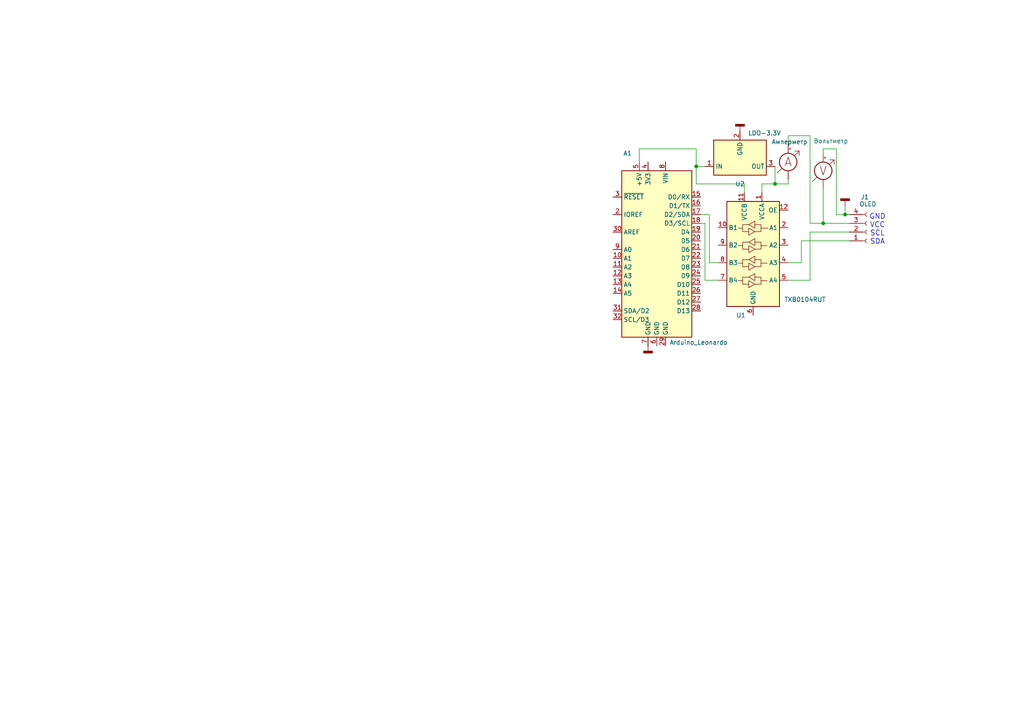
<source format=kicad_sch>
(kicad_sch (version 20250114) (generator "eeschema") (generator_version "9.0")
  (paper "A4")
  (lib_symbols
    (symbol "Connector:Conn_01x04_Socket" (pin_names (offset 1.016) (hide yes))
      (property "Reference" "J" (at 0 5.08 0))
      (property "Value" "Conn_01x04_Socket" (at 0 -7.62 0))
      (symbol "Conn_01x04_Socket_1_1"
        (polyline (pts (xy -1.27 2.54) (xy -0.508 2.54)) (stroke (width 0.1524)))
        (polyline (pts (xy -1.27 0) (xy -0.508 0)) (stroke (width 0.1524)))
        (polyline (pts (xy -1.27 -2.54) (xy -0.508 -2.54)) (stroke (width 0.1524)))
        (polyline (pts (xy -1.27 -5.08) (xy -0.508 -5.08)) (stroke (width 0.1524)))
        (arc (start 0 2.032) (mid -0.5058 2.54) (end 0 3.048) (stroke (width 0.1524)))
        (arc (start 0 -0.508) (mid -0.5058 0) (end 0 0.508) (stroke (width 0.1524)))
        (arc (start 0 -3.048) (mid -0.5058 -2.54) (end 0 -2.032) (stroke (width 0.1524)))
        (arc (start 0 -5.588) (mid -0.5058 -5.08) (end 0 -4.572) (stroke (width 0.1524)))
        (pin passive line (at -5.08 2.54 0) (length 3.81) (name "Pin_1") (number "1"))
        (pin passive line (at -5.08 0 0) (length 3.81) (name "Pin_2") (number "2"))
        (pin passive line (at -5.08 -2.54 0) (length 3.81) (name "Pin_3") (number "3"))
        (pin passive line (at -5.08 -5.08 0) (length 3.81) (name "Pin_4") (number "4"))
      )
    )
    (symbol "Device:Ammeter_DC" (pin_numbers (hide yes)) (pin_names (offset 0.0254) (hide yes))
      (property "Reference" "MES" (at -3.302 1.016 0))
      (property "Value" "Ammeter_DC" (at -3.302 -0.762 0))
      (symbol "Ammeter_DC_0_0"
        (polyline (pts (xy -3.175 -3.175) (xy -1.905 -1.905)))
        (polyline (pts (xy 1.905 3.175) (xy 3.175 3.175) (xy 3.175 1.905)))
        (polyline (pts (xy 1.905 1.905) (xy 3.175 3.175)))
        (text "A" (at 0 0 0) (effects (font (size 2.54 2.54))))
      )
      (symbol "Ammeter_DC_0_1"
        (circle (center 0 0) (radius 2.54) (stroke (width 0.254)))
        (polyline (pts (xy 0.254 3.81) (xy 0.762 3.81)))
        (polyline (pts (xy 0.508 4.064) (xy 0.508 3.556)))
      )
      (symbol "Ammeter_DC_1_1"
        (pin passive line (at 0 5.08 270) (length 2.54) (name "+") (number "2"))
        (pin passive line (at 0 -5.08 90) (length 2.54) (name "-") (number "1"))
      )
    )
    (symbol "Device:Voltmeter_DC" (pin_numbers (hide yes)) (pin_names (offset 0.0254) (hide yes))
      (property "Reference" "MES" (at -3.302 1.016 0))
      (property "Value" "Voltmeter_DC" (at -3.302 -0.762 0))
      (symbol "Voltmeter_DC_0_0"
        (polyline (pts (xy -3.175 -3.175) (xy -1.905 -1.905)))
        (polyline (pts (xy 1.905 3.175) (xy 3.175 3.175) (xy 3.175 1.905)))
        (polyline (pts (xy 1.905 1.905) (xy 3.175 3.175)))
        (text "V" (at 0 0 0) (effects (font (size 2.54 2.54))))
      )
      (symbol "Voltmeter_DC_0_1"
        (circle (center 0 0) (radius 2.54) (stroke (width 0.254)))
        (polyline (pts (xy 0.254 3.81) (xy 0.762 3.81)))
        (polyline (pts (xy 0.508 4.064) (xy 0.508 3.556)))
      )
      (symbol "Voltmeter_DC_1_1"
        (pin passive line (at 0 5.08 270) (length 2.54) (name "+") (number "2"))
        (pin passive line (at 0 -5.08 90) (length 2.54) (name "-") (number "1"))
      )
    )
    (symbol "Logic_LevelTranslator:TXB0104RUT"
      (property "Reference" "U" (at -6.35 16.51 0))
      (property "Value" "TXB0104RUT" (at 3.81 16.51 0))
      (symbol "TXB0104RUT_0_1"
        (rectangle (start -7.62 15.24) (end 7.62 -15.24) (stroke (width 0.254)) (fill (type background)))
        (polyline (pts (xy -2.286 7.493) (xy -2.286 8.509) (xy -0.508 8.509)))
        (polyline (pts (xy -2.286 2.413) (xy -2.286 3.429) (xy -0.508 3.429)))
        (polyline (pts (xy -2.286 -2.667) (xy -2.286 -1.651) (xy -0.508 -1.651)))
        (polyline (pts (xy -2.286 -7.747) (xy -2.286 -6.731) (xy -0.508 -6.731)))
        (polyline (pts (xy -0.508 6.477) (xy -2.286 6.477) (xy -2.286 7.493) (xy -4.318 7.493)))
        (polyline (pts (xy -0.508 6.477) (xy 1.27 7.493) (xy 1.27 5.461) (xy -0.508 6.477)))
        (polyline (pts (xy -0.508 1.397) (xy -2.286 1.397) (xy -2.286 2.413) (xy -4.064 2.413)))
        (polyline (pts (xy -0.508 1.397) (xy 1.27 2.413) (xy 1.27 0.381) (xy -0.508 1.397)))
        (polyline (pts (xy -0.508 -3.683) (xy -2.286 -3.683) (xy -2.286 -2.667) (xy -4.064 -2.667)))
        (polyline (pts (xy -0.508 -3.683) (xy 1.27 -2.667) (xy 1.27 -4.699) (xy -0.508 -3.683)))
        (polyline (pts (xy -0.508 -8.763) (xy -2.286 -8.763) (xy -2.286 -7.747) (xy -4.064 -7.747)))
        (polyline (pts (xy -0.508 -8.763) (xy 1.27 -7.747) (xy 1.27 -9.779) (xy -0.508 -8.763)))
        (polyline (pts (xy 1.27 8.509) (xy -0.508 7.493) (xy -0.508 9.525) (xy 1.27 8.509)))
        (polyline (pts (xy 1.27 8.509) (xy 3.048 8.509) (xy 3.048 7.493) (xy 4.318 7.493)))
        (polyline (pts (xy 1.27 3.429) (xy -0.508 2.413) (xy -0.508 4.445) (xy 1.27 3.429)))
        (polyline (pts (xy 1.27 3.429) (xy 3.048 3.429) (xy 3.048 2.413) (xy 4.318 2.413)))
        (polyline (pts (xy 1.27 -1.651) (xy -0.508 -2.667) (xy -0.508 -0.635) (xy 1.27 -1.651)))
        (polyline (pts (xy 1.27 -1.651) (xy 3.048 -1.651) (xy 3.048 -2.667) (xy 4.318 -2.667)))
        (polyline (pts (xy 1.27 -6.731) (xy -0.508 -7.747) (xy -0.508 -5.715) (xy 1.27 -6.731)))
        (polyline (pts (xy 1.27 -6.731) (xy 3.048 -6.731) (xy 3.048 -7.747) (xy 4.318 -7.747)))
        (polyline (pts (xy 3.048 7.493) (xy 3.048 6.477) (xy 1.27 6.477)))
        (polyline (pts (xy 3.048 2.413) (xy 3.048 1.397) (xy 1.27 1.397)))
        (polyline (pts (xy 3.048 -2.667) (xy 3.048 -3.683) (xy 1.27 -3.683)))
        (polyline (pts (xy 3.048 -7.747) (xy 3.048 -8.763) (xy 1.27 -8.763)))
      )
      (symbol "TXB0104RUT_1_1"
        (pin input line (at -10.16 12.7 0) (length 2.54) (name "OE") (number "12"))
        (pin tri_state line (at -10.16 7.62 0) (length 2.54) (name "A1") (number "2"))
        (pin tri_state line (at -10.16 2.54 0) (length 2.54) (name "A2") (number "3"))
        (pin tri_state line (at -10.16 -2.54 0) (length 2.54) (name "A3") (number "4"))
        (pin tri_state line (at -10.16 -7.62 0) (length 2.54) (name "A4") (number "5"))
        (pin power_in line (at -2.54 17.78 270) (length 2.54) (name "VCCA") (number "1"))
        (pin power_in line (at 0 -17.78 90) (length 2.54) (name "GND") (number "6"))
        (pin power_in line (at 2.54 17.78 270) (length 2.54) (name "VCCB") (number "11"))
        (pin tri_state line (at 10.16 7.62 180) (length 2.54) (name "B1") (number "10"))
        (pin tri_state line (at 10.16 2.54 180) (length 2.54) (name "B2") (number "9"))
        (pin tri_state line (at 10.16 -2.54 180) (length 2.54) (name "B3") (number "8"))
        (pin tri_state line (at 10.16 -7.62 180) (length 2.54) (name "B4") (number "7"))
      )
    )
    (symbol "MCU_Module:Arduino_Leonardo"
      (property "Reference" "A" (at -10.16 23.495 0))
      (property "Value" "Arduino_Leonardo" (at 5.08 -26.67 0))
      (symbol "Arduino_Leonardo_0_1"
        (rectangle (start -10.16 22.86) (end 10.16 -25.4) (stroke (width 0.254)) (fill (type background)))
      )
      (symbol "Arduino_Leonardo_1_1"
        (pin bidirectional line (at -12.7 15.24 0) (length 2.54) (name "D0/RX") (number "15"))
        (pin bidirectional line (at -12.7 12.7 0) (length 2.54) (name "D1/TX") (number "16"))
        (pin bidirectional line (at -12.7 10.16 0) (length 2.54) (name "D2/SDA") (number "17"))
        (pin bidirectional line (at -12.7 7.62 0) (length 2.54) (name "D3/SCL") (number "18"))
        (pin bidirectional line (at -12.7 5.08 0) (length 2.54) (name "D4") (number "19"))
        (pin bidirectional line (at -12.7 2.54 0) (length 2.54) (name "D5") (number "20"))
        (pin bidirectional line (at -12.7 0 0) (length 2.54) (name "D6") (number "21"))
        (pin bidirectional line (at -12.7 -2.54 0) (length 2.54) (name "D7") (number "22"))
        (pin bidirectional line (at -12.7 -5.08 0) (length 2.54) (name "D8") (number "23"))
        (pin bidirectional line (at -12.7 -7.62 0) (length 2.54) (name "D9") (number "24"))
        (pin bidirectional line (at -12.7 -10.16 0) (length 2.54) (name "D10") (number "25"))
        (pin bidirectional line (at -12.7 -12.7 0) (length 2.54) (name "D11") (number "26"))
        (pin bidirectional line (at -12.7 -15.24 0) (length 2.54) (name "D12") (number "27"))
        (pin bidirectional line (at -12.7 -17.78 0) (length 2.54) (name "D13") (number "28"))
        (pin no_connect line (at -10.16 -20.32 0) (length 2.54) (hide yes) (name "NC") (number "1"))
        (pin power_in line (at -2.54 25.4 270) (length 2.54) (name "VIN") (number "8"))
        (pin power_in line (at -2.54 -27.94 90) (length 2.54) (name "GND") (number "29"))
        (pin power_in line (at 0 -27.94 90) (length 2.54) (name "GND") (number "6"))
        (pin power_out line (at 2.54 25.4 270) (length 2.54) (name "3V3") (number "4"))
        (pin power_in line (at 2.54 -27.94 90) (length 2.54) (name "GND") (number "7"))
        (pin power_out line (at 5.08 25.4 270) (length 2.54) (name "+5V") (number "5"))
        (pin input line (at 12.7 15.24 180) (length 2.54) (name "~{RESET}") (number "3"))
        (pin output line (at 12.7 10.16 180) (length 2.54) (name "IOREF") (number "2"))
        (pin input line (at 12.7 5.08 180) (length 2.54) (name "AREF") (number "30"))
        (pin bidirectional line (at 12.7 0 180) (length 2.54) (name "A0") (number "9"))
        (pin bidirectional line (at 12.7 -2.54 180) (length 2.54) (name "A1") (number "10"))
        (pin bidirectional line (at 12.7 -5.08 180) (length 2.54) (name "A2") (number "11"))
        (pin bidirectional line (at 12.7 -7.62 180) (length 2.54) (name "A3") (number "12"))
        (pin bidirectional line (at 12.7 -10.16 180) (length 2.54) (name "A4") (number "13"))
        (pin bidirectional line (at 12.7 -12.7 180) (length 2.54) (name "A5") (number "14"))
        (pin bidirectional line (at 12.7 -17.78 180) (length 2.54) (name "SDA/D2") (number "31"))
        (pin bidirectional line (at 12.7 -20.32 180) (length 2.54) (name "SCL/D3") (number "32"))
      )
    )
    (symbol "Regulator_Linear:LT1963AxST-3.3"
      (property "Reference" "U" (at -7.62 6.35 0))
      (property "Value" "LT1963AxST-3.3" (at -1.27 6.35 0))
      (symbol "LT1963AxST-3.3_0_1"
        (rectangle (start -7.62 5.08) (end 7.62 -5.08) (stroke (width 0.254)) (fill (type background)))
      )
      (symbol "LT1963AxST-3.3_1_1"
        (pin power_in line (at -10.16 2.54 0) (length 2.54) (name "IN") (number "1"))
        (pin power_in line (at 0 -7.62 90) (length 2.54) (name "GND") (number "2"))
        (pin power_out line (at 10.16 2.54 180) (length 2.54) (name "OUT") (number "3"))
      )
    )
    (symbol "power:GNDD" (power) (pin_numbers (hide yes)) (pin_names (offset 0) (hide yes))
      (property "Value" "GNDD" (at 0 -3.175 0))
      (symbol "GNDD_0_1"
        (rectangle (start -1.27 -1.524) (end 1.27 -2.032) (stroke (width 0.254)) (fill (type outline)))
        (polyline (pts (xy 0 0) (xy 0 -1.524)))
      )
      (symbol "GNDD_1_1"
        (pin power_in line (at 0 0 270) (length 0) (name "~") (number "1"))
      )
    )
  )
  (text "GND\nVCC\nSCL\nSDA\n" (at 254.508 66.548 0) (effects (font (size 1.5 1.5))))
  (junction (at 201.93 48.26))
  (junction (at 245.11 62.23))
  (junction (at 224.79 53.34))
  (junction (at 238.76 64.77))
  (wire (pts (xy 215.9 55.88) (xy 215.9 53.34)))
  (wire (pts (xy 234.95 39.37) (xy 234.95 64.77)))
  (wire (pts (xy 228.6 41.91) (xy 228.6 39.37)))
  (wire (pts (xy 205.74 76.2) (xy 208.28 76.2)))
  (wire (pts (xy 203.2 62.23) (xy 205.74 62.23)))
  (wire (pts (xy 201.93 53.34) (xy 215.9 53.34)))
  (wire (pts (xy 238.76 64.77) (xy 246.38 64.77)))
  (wire (pts (xy 234.95 67.31) (xy 246.38 67.31)))
  (wire (pts (xy 238.76 54.61) (xy 238.76 64.77)))
  (wire (pts (xy 185.42 43.18) (xy 201.93 43.18)))
  (wire (pts (xy 201.93 48.26) (xy 204.47 48.26)))
  (wire (pts (xy 242.57 43.18) (xy 242.57 62.23)))
  (wire (pts (xy 220.98 53.34) (xy 224.79 53.34)))
  (wire (pts (xy 204.47 64.77) (xy 203.2 64.77)))
  (wire (pts (xy 205.74 62.23) (xy 205.74 76.2)))
  (wire (pts (xy 232.41 76.2) (xy 232.41 69.85)))
  (wire (pts (xy 204.47 81.28) (xy 208.28 81.28)))
  (wire (pts (xy 204.47 81.28) (xy 204.47 64.77)))
  (wire (pts (xy 228.6 76.2) (xy 232.41 76.2)))
  (wire (pts (xy 185.42 43.18) (xy 185.42 46.99)))
  (wire (pts (xy 232.41 69.85) (xy 246.38 69.85)))
  (wire (pts (xy 228.6 39.37) (xy 234.95 39.37)))
  (wire (pts (xy 224.79 53.34) (xy 224.79 48.26)))
  (wire (pts (xy 228.6 81.28) (xy 234.95 81.28)))
  (wire (pts (xy 201.93 48.26) (xy 201.93 53.34)))
  (wire (pts (xy 238.76 43.18) (xy 242.57 43.18)))
  (wire (pts (xy 245.11 59.69) (xy 245.11 62.23)))
  (wire (pts (xy 228.6 53.34) (xy 228.6 52.07)))
  (wire (pts (xy 220.98 55.88) (xy 220.98 53.34)))
  (wire (pts (xy 245.11 62.23) (xy 246.38 62.23)))
  (wire (pts (xy 242.57 62.23) (xy 245.11 62.23)))
  (wire (pts (xy 234.95 64.77) (xy 238.76 64.77)))
  (wire (pts (xy 234.95 81.28) (xy 234.95 67.31)))
  (wire (pts (xy 238.76 43.18) (xy 238.76 44.45)))
  (wire (pts (xy 201.93 43.18) (xy 201.93 48.26)))
  (wire (pts (xy 224.79 53.34) (xy 228.6 53.34)))
  (symbol (lib_id "Connector:Conn_01x04_Socket") (at 251.46 67.31 0) (mirror x) (unit 1)
    (property "Reference" "J1" (at 250.825 57.15 0))
    (property "Value" "OLED" (at 251.714 59.182 0))
    (property "Description" "Generic connector, single row, 01x04, script generated" (effects (hide yes)))
  )
  (symbol (lib_id "power:GNDD") (at 214.63 38.1 0) (mirror x) (unit 1)
    (property "Reference" "#PWR01" (effects (hide yes)))
    (property "Value" "GNDD" (effects (hide yes)))
    (property "Description" "Power symbol creates a global label with name \"GNDD\" , digital ground" (effects (hide yes)))
  )
  (symbol (lib_id "Device:Ammeter_DC") (at 228.6 46.99 0) (unit 1)
    (property "Reference" "MES1" (effects (hide yes)))
    (property "Value" "Амперметр" (at 223.774 41.148 0) (effects (justify left)))
    (property "Description" "DC ammeter" (effects (hide yes)))
  )
  (symbol (lib_id "Logic_LevelTranslator:TXB0104RUT") (at 218.44 73.66 0) (mirror y) (unit 1)
    (property "Reference" "U1" (at 216.2967 91.44 0) (effects (justify left)))
    (property "Value" "TXB0104RUT" (at 239.522 86.868 0) (effects (justify left)))
    (property "Footprint" "Package_DFN_QFN:Texas_R-PUQFN-N12" (effects (hide yes)))
    (property "Datasheet" "http://www.ti.com/lit/ds/symlink/txb0104.pdf" (effects (hide yes)))
    (property "Description" "4-Bit Bidirectional Voltage-Level Translator, Auto Direction Sensing and ±15-kV ESD Protection, 1.2 - 3.6V APort, 1.65 - 5.5V BPort, Texas_PUQFN-12" (effects (hide yes)))
  )
  (symbol (lib_id "power:GNDD") (at 245.11 59.69 180) (unit 1)
    (property "Reference" "#PWR02" (effects (hide yes)))
    (property "Value" "GNDD" (effects (hide yes)))
    (property "Description" "Power symbol creates a global label with name \"GNDD\" , digital ground" (effects (hide yes)))
  )
  (symbol (lib_id "Device:Voltmeter_DC") (at 238.76 49.53 0) (unit 1)
    (property "Reference" "MES2" (effects (hide yes)))
    (property "Value" "Вольтметр" (at 235.966 40.894 0) (effects (justify left)))
    (property "Description" "DC voltmeter" (effects (hide yes)))
  )
  (symbol (lib_id "MCU_Module:Arduino_Leonardo") (at 190.5 72.39 0) (mirror y) (unit 1)
    (property "Reference" "A1" (at 183.2767 44.45 0) (effects (justify left)))
    (property "Value" "Arduino_Leonardo" (at 211.074 99.314 0) (effects (justify left)))
    (property "Footprint" "Module:Arduino_UNO_R3" (effects (hide yes)))
    (property "Datasheet" "https://www.arduino.cc/en/Main/ArduinoBoardLeonardo" (effects (hide yes)))
    (property "Description" "Arduino LEONARDO Microcontroller Module" (effects (hide yes)))
  )
  (symbol (lib_id "Regulator_Linear:LT1963AxST-3.3") (at 214.63 45.72 0) (mirror x) (unit 1)
    (property "Reference" "U2" (at 214.63 53.34 0))
    (property "Value" "LDO-3.3V" (at 221.742 38.608 0))
    (property "Footprint" "Package_TO_SOT_SMD:SOT-223-3_TabPin2" (effects (hide yes)))
    (property "Datasheet" "https://www.analog.com/media/en/technical-documentation/data-sheets/1963aff.pdf" (effects (hide yes)))
    (property "Description" "3.3V, 1.5A, Low Noise, Fast Transient Response LDO Regulator, SOT-223" (effects (hide yes)))
  )
  (symbol (lib_id "power:GNDD") (at 187.96 100.33 0) (mirror y) (unit 1)
    (property "Reference" "#PWR03" (effects (hide yes)))
    (property "Value" "GNDD" (effects (hide yes)))
    (property "Description" "Power symbol creates a global label with name \"GNDD\" , digital ground" (effects (hide yes)))
  )
)
</source>
